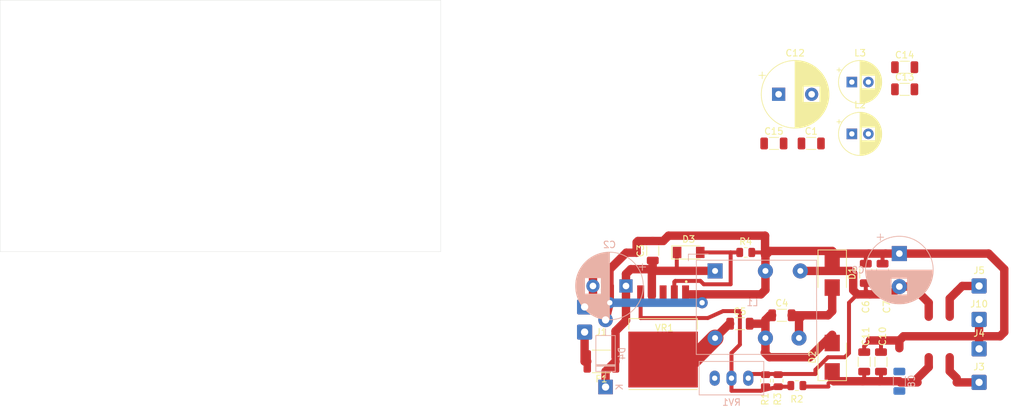
<source format=kicad_pcb>
(kicad_pcb (version 20211014) (generator pcbnew)
  (title_block (rev "1"))
  (layers (0 "F.Cu" signal "Front") (1 "In1.Cu" signal) (2 "In2.Cu" signal) (31 "B.Cu" signal "Back") (34 "B.Paste" user) (35 "F.Paste" user) (36 "B.SilkS" user "B.Silkscreen") (37 "F.SilkS" user "F.Silkscreen") (38 "B.Mask" user) (39 "F.Mask" user) (44 "Edge.Cuts" user))
  (net 0 "")
  (net 1 "V_IN")
  (net 2 "GND")
  (net 3 "/5")
  (net 4 "/4")
  (net 5 "/6")
  (net 6 "-VOUT")
  (net 7 "+VOUT")
  (net 8 "Net-(D3-Pad2)")
  (net 9 "FB")
  (net 11 "/1")
  (net 12 "Net-(C1-Pad1)")
  (net 13 "/3")
  (footprint "Connector_Wire:SolderWire-0.5sqmm_1x01_D0.9mm_OD2.3mm" (layer "F.Cu") (at 162.56 118.11)
    (fp_text reference "J10" (at 0 -2.35) (layer "F.SilkS"))
    (fp_text value "GND")
    (pad "1" thru_hole roundrect locked (at 0 0) (size 2.3 2.3) (drill 1.1) (layers *.Cu *.Mask) (roundrect_rratio 0.108696) (net 2 "GND"))
  )
  (footprint "Connector_Wire:SolderWire-0.5sqmm_1x01_D0.9mm_OD2.3mm" (layer "F.Cu") (at 162.56 113.03)
    (fp_text reference "J5" (at 0 -2.35) (layer "F.SilkS"))
    (fp_text value "Vout-")
    (pad "1" thru_hole roundrect locked (at 0 0) (size 2.3 2.3) (drill 1.1) (layers *.Cu *.Mask) (roundrect_rratio 0.108696) (net 6 "-VOUT"))
  )
  (footprint "Capacitor_THT:CP_Radial_D6.3mm_P2.50mm" (layer "F.Cu") (at 143.305241 82.14)
    (fp_text reference "L3" (at 1.25 -4.4) (layer "F.SilkS"))
    (fp_text value "5uH")
    (pad "1" thru_hole rect locked (at 0 0) (size 1.6 1.6) (drill 0.8) (layers *.Cu *.Mask) (net 13 "/3"))
    (pad "2" thru_hole circle locked (at 2.5 0) (size 1.6 1.6) (drill 0.8) (layers *.Cu *.Mask) (net 6 "-VOUT"))
  )
  (footprint "Capacitor_SMD:C_1206_3216Metric" (layer "F.Cu") (at 151.3 83.24)
    (fp_text reference "C13" (at 0 -1.85) (layer "F.SilkS"))
    (fp_text value "10p")
    (pad "1" smd roundrect locked (at -1.475 0) (size 1.15 1.8) (layers "F.Cu" "F.Paste" "F.Mask") (roundrect_rratio 0.217391) (net 9 "FB"))
    (pad "2" smd roundrect locked (at 1.475 0) (size 1.15 1.8) (layers "F.Cu" "F.Paste" "F.Mask") (roundrect_rratio 0.217391) (net 7 "+VOUT"))
  )
  (footprint "Connector_Wire:SolderWire-0.5sqmm_1x01_D0.9mm_OD2.3mm" (layer "F.Cu") (at 162.56 122.555)
    (fp_text reference "J4" (at 0 -2.35) (layer "F.SilkS"))
    (fp_text value "GND")
    (pad "1" thru_hole roundrect locked (at 0 0) (size 2.3 2.3) (drill 1.1) (layers *.Cu *.Mask) (roundrect_rratio 0.108696) (net 2 "GND"))
  )
  (footprint "Resistor_SMD:R_0805_2012Metric" (layer "F.Cu") (at 127.254 107.95)
    (fp_text reference "R4" (at 0 -1.65) (layer "F.SilkS"))
    (fp_text value "1k")
    (pad "1" smd roundrect locked (at -0.9125 0) (size 1.025 1.4) (layers "F.Cu" "F.Paste" "F.Mask") (roundrect_rratio 0.243902) (net 8 "Net-(D3-Pad2)"))
    (pad "2" smd roundrect locked (at 0.9125 0) (size 1.025 1.4) (layers "F.Cu" "F.Paste" "F.Mask") (roundrect_rratio 0.243902) (net 2 "GND"))
  )
  (footprint "Capacitor_SMD:C_1206_3216Metric" (layer "F.Cu") (at 131.51 91.44)
    (fp_text reference "C15" (at 0 -1.85) (layer "F.SilkS"))
    (fp_text value "10n")
    (pad "1" smd roundrect locked (at -1.475 0) (size 1.15 1.8) (layers "F.Cu" "F.Paste" "F.Mask") (roundrect_rratio 0.217391) (net 13 "/3"))
    (pad "2" smd roundrect locked (at 1.475 0) (size 1.15 1.8) (layers "F.Cu" "F.Paste" "F.Mask") (roundrect_rratio 0.217391) (net 2 "GND"))
  )
  (footprint "Resistor_SMD:R_0805_2012Metric" (layer "F.Cu") (at 134.990249 128.119462)
    (fp_text reference "R2" (at 0 2.055538) (layer "F.SilkS"))
    (fp_text value "10k")
    (pad "1" smd roundrect locked (at -0.9125 0) (size 1.025 1.4) (layers "F.Cu" "F.Paste" "F.Mask") (roundrect_rratio 0.243902) (net 9 "FB"))
    (pad "2" smd roundrect locked (at 0.9125 0) (size 1.025 1.4) (layers "F.Cu" "F.Paste" "F.Mask") (roundrect_rratio 0.243902) (net 7 "+VOUT"))
  )
  (footprint "MountingHole:MountingHole_3mm" (layer "F.Cu") (at 77.186266 104.015753)
    (fp_text reference "H3" hide)
    (fp_text value "MountingHole" hide)
    (pad "" np_thru_hole circle locked (at 0 0) (size 3 3) (drill 3) (layers *.Cu *.Mask))
  )
  (footprint "Connector_Wire:SolderWire-0.5sqmm_1x01_D0.9mm_OD2.3mm" (layer "F.Cu") (at 102.87 116.205)
    (fp_text reference "J2" (at 2.54 0) (layer "F.SilkS"))
    (fp_text value "GND")
    (pad "1" thru_hole roundrect locked (at 0 0) (size 2.3 2.3) (drill 1.1) (layers *.Cu *.Mask) (roundrect_rratio 0.108696) (net 2 "GND"))
  )
  (footprint "Resistor_SMD:R_1812_4532Metric" (layer "F.Cu") (at 105.41 124.46 180)
    (fp_text reference "F1" (at 0 -2.65) (layer "F.SilkS"))
    (fp_text value "Polyfuse 1.5A")
    (pad "1" smd roundrect locked (at -2.1375 0 180) (size 1.125 3.4) (layers "F.Cu" "F.Paste" "F.Mask") (roundrect_rratio 0.222222) (net 11 "/1"))
    (pad "2" smd roundrect locked (at 2.1375 0 180) (size 1.125 3.4) (layers "F.Cu" "F.Paste" "F.Mask") (roundrect_rratio 0.222222) (net 1 "V_IN"))
  )
  (footprint "Resistor_SMD:R_0805_2012Metric" (layer "F.Cu") (at 132.155185 127.378562 -90)
    (fp_text reference "R3" (at 2.796438 0.075185 90) (layer "F.SilkS"))
    (fp_text value "1k")
    (pad "1" smd roundrect locked (at -0.9125 0 270) (size 1.025 1.4) (layers "F.Cu" "F.Paste" "F.Mask") (roundrect_rratio 0.243902) (net 2 "GND"))
    (pad "2" smd roundrect locked (at 0.9125 0 270) (size 1.025 1.4) (layers "F.Cu" "F.Paste" "F.Mask") (roundrect_rratio 0.243902) (net 9 "FB"))
  )
  (footprint "Capacitor_SMD:C_1206_3216Metric" (layer "F.Cu") (at 137.16 91.44)
    (fp_text reference "C1" (at 0 -1.85) (layer "F.SilkS"))
    (fp_text value "22uF")
    (pad "1" smd roundrect locked (at -1.475 0) (size 1.15 1.8) (layers "F.Cu" "F.Paste" "F.Mask") (roundrect_rratio 0.217391) (net 12 "Net-(C1-Pad1)"))
    (pad "2" smd roundrect locked (at 1.475 0) (size 1.15 1.8) (layers "F.Cu" "F.Paste" "F.Mask") (roundrect_rratio 0.217391) (net 2 "GND"))
  )
  (footprint "Capacitor_SMD:C_1206_3216Metric" (layer "F.Cu") (at 147.955 111.125 -90)
    (fp_text reference "C7" (at 5.08 -0.635 90) (layer "F.SilkS"))
    (fp_text value "22uF")
    (pad "1" smd roundrect locked (at -1.475 0 270) (size 1.15 1.8) (layers "F.Cu" "F.Paste" "F.Mask") (roundrect_rratio 0.217391) (net 2 "GND"))
    (pad "2" smd roundrect locked (at 1.475 0 270) (size 1.15 1.8) (layers "F.Cu" "F.Paste" "F.Mask") (roundrect_rratio 0.217391) (net 2 "GND"))
  )
  (footprint "Capacitor_SMD:C_1206_3216Metric" (layer "F.Cu") (at 145.176934 124.524158 90)
    (fp_text reference "C11" (at 3.874158 0.238066 90) (layer "F.SilkS"))
    (fp_text value "22uF")
    (pad "1" smd roundrect locked (at -1.475 0 90) (size 1.15 1.8) (layers "F.Cu" "F.Paste" "F.Mask") (roundrect_rratio 0.217391) (net 12 "Net-(C1-Pad1)"))
    (pad "2" smd roundrect locked (at 1.475 0 90) (size 1.15 1.8) (layers "F.Cu" "F.Paste" "F.Mask") (roundrect_rratio 0.217391) (net 2 "GND"))
  )
  (footprint "Connector_Wire:SolderWire-0.5sqmm_1x01_D0.9mm_OD2.3mm" (layer "F.Cu") (at 162.56 127.635)
    (fp_text reference "J3" (at 0 -2.35) (layer "F.SilkS"))
    (fp_text value "Vout+")
    (pad "1" thru_hole roundrect locked (at 0 0) (size 2.3 2.3) (drill 1.1) (layers *.Cu *.Mask) (roundrect_rratio 0.108696) (net 7 "+VOUT"))
  )
  (footprint "MountingHole:MountingHole_3mm" (layer "F.Cu") (at 77.186266 73.535753)
    (fp_text reference "H2" hide)
    (fp_text value "MountingHole" hide)
    (pad "" np_thru_hole circle locked (at 0 0) (size 3 3) (drill 3) (layers *.Cu *.Mask))
  )
  (footprint "Capacitor_SMD:C_1206_3216Metric" (layer "F.Cu") (at 151.3 79.89)
    (fp_text reference "C14" (at 0 -1.85) (layer "F.SilkS"))
    (fp_text value "10n")
    (pad "1" smd roundrect locked (at -1.475 0) (size 1.15 1.8) (layers "F.Cu" "F.Paste" "F.Mask") (roundrect_rratio 0.217391) (net 12 "Net-(C1-Pad1)"))
    (pad "2" smd roundrect locked (at 1.475 0) (size 1.15 1.8) (layers "F.Cu" "F.Paste" "F.Mask") (roundrect_rratio 0.217391) (net 2 "GND"))
  )
  (footprint "MountingHole:MountingHole_3mm" (layer "F.Cu") (at 18.244131 104.015753)
    (fp_text reference "H4" hide)
    (fp_text value "MountingHole" hide)
    (pad "" np_thru_hole circle locked (at 0 0) (size 3 3) (drill 3) (layers *.Cu *.Mask))
  )
  (footprint "Diode_SMD:D_MiniMELF" (layer "F.Cu") (at 118.618 107.95)
    (fp_text reference "D3" (at 0 -2) (layer "F.SilkS"))
    (fp_text value "8.2V")
    (pad "1" smd rect locked (at -1.75 0) (size 1.3 1.7) (layers "F.Cu" "F.Paste" "F.Mask") (net 11 "/1"))
    (pad "2" smd rect locked (at 1.75 0) (size 1.3 1.7) (layers "F.Cu" "F.Paste" "F.Mask") (net 8 "Net-(D3-Pad2)"))
  )
  (footprint "Diode_SMD:D_SMB" (layer "F.Cu") (at 140.335 111.125 -90)
    (fp_text reference "D1" (at 0 -3 -90) (layer "F.SilkS"))
    (fp_text value "STPS340")
    (pad "1" smd rect locked (at -2.15 0 270) (size 2.5 2.3) (layers "F.Cu" "F.Paste" "F.Mask") (net 2 "GND"))
    (pad "2" smd rect locked (at 2.15 0 270) (size 2.5 2.3) (layers "F.Cu" "F.Paste" "F.Mask") (net 4 "/4"))
  )
  (footprint "Resistor_SMD:R_0805_2012Metric" (layer "F.Cu") (at 130.250185 127.378562 -90)
    (fp_text reference "R1" (at 2.796438 0.075185 90) (layer "F.SilkS"))
    (fp_text value "1k")
    (pad "1" smd roundrect locked (at -0.9125 0 270) (size 1.025 1.4) (layers "F.Cu" "F.Paste" "F.Mask") (roundrect_rratio 0.243902) (net 2 "GND"))
    (pad "2" smd roundrect locked (at 0.9125 0 270) (size 1.025 1.4) (layers "F.Cu" "F.Paste" "F.Mask") (roundrect_rratio 0.243902) (net 9 "FB"))
  )
  (footprint "Capacitor_THT:CP_Radial_D10.0mm_P5.00mm" (layer "F.Cu") (at 132.224646 83.99)
    (fp_text reference "C12" (at 2.5 -6.25) (layer "F.SilkS"))
    (fp_text value "200uF")
    (pad "1" thru_hole rect locked (at 0 0) (size 2 2) (drill 1) (layers *.Cu *.Mask) (net 7 "+VOUT"))
    (pad "2" thru_hole circle locked (at 5 0) (size 2 2) (drill 1) (layers *.Cu *.Mask) (net 2 "GND"))
  )
  (footprint "Capacitor_THT:CP_Radial_D6.3mm_P2.50mm" (layer "F.Cu") (at 143.305241 89.99)
    (fp_text reference "L2" (at 1.25 -4.4) (layer "F.SilkS"))
    (fp_text value "5uH")
    (pad "1" thru_hole rect locked (at 0 0) (size 1.6 1.6) (drill 0.8) (layers *.Cu *.Mask) (net 12 "Net-(C1-Pad1)"))
    (pad "2" thru_hole circle locked (at 2.5 0) (size 1.6 1.6) (drill 0.8) (layers *.Cu *.Mask) (net 7 "+VOUT"))
  )
  (footprint "!my-kicad-library:XL6009-DPAK" (layer "F.Cu") (at 114.747227 120.674553 -90)
    (fp_text reference "VR1" (at -1.294553 -0.187773) (layer "F.SilkS"))
    (fp_text value "XL6009")
    (pad "1" smd rect (at -6.13 -3.4 270) (size 3.21 1.05) (layers "F.Cu" "F.Paste" "F.Mask") (net 2 "GND"))
    (pad "2" smd rect (at -6.13 -1.7 270) (size 3.21 1.05) (layers "F.Cu" "F.Paste" "F.Mask") (net 8 "Net-(D3-Pad2)"))
    (pad "3" smd rect (at 3.500001 0 270) (size 8.460001 10.529999) (layers "F.Cu" "F.Mask") (net 5 "/6"))
    (pad "3" smd rect (at -6.13 0 270) (size 3.21 1.05) (layers "F.Cu" "F.Paste" "F.Mask") (net 5 "/6"))
    (pad "4" smd rect (at -6.13 1.7 270) (size 3.21 1.05) (layers "F.Cu" "F.Paste" "F.Mask") (net 11 "/1"))
    (pad "5" smd rect (at -6.13 3.4 270) (size 3.21 1.05) (layers "F.Cu" "F.Paste" "F.Mask") (net 9 "FB"))
  )
  (footprint "Capacitor_SMD:C_1206_3216Metric" (layer "F.Cu") (at 145.415 111.125 -90)
    (fp_text reference "C6" (at 5.08 0 90) (layer "F.SilkS"))
    (fp_text value "22uF")
    (pad "1" smd roundrect locked (at -1.475 0 270) (size 1.15 1.8) (layers "F.Cu" "F.Paste" "F.Mask") (roundrect_rratio 0.217391) (net 2 "GND"))
    (pad "2" smd roundrect locked (at 1.475 0 270) (size 1.15 1.8) (layers "F.Cu" "F.Paste" "F.Mask") (roundrect_rratio 0.217391) (net 2 "GND"))
  )
  (footprint "Capacitor_SMD:C_1206_3216Metric" (layer "F.Cu") (at 132.715 117.475)
    (fp_text reference "C4" (at 0 -1.85) (layer "F.SilkS"))
    (fp_text value "22uF")
    (pad "1" smd roundrect locked (at -1.475 0) (size 1.15 1.8) (layers "F.Cu" "F.Paste" "F.Mask") (roundrect_rratio 0.217391) (net 3 "/5"))
    (pad "2" smd roundrect locked (at 1.475 0) (size 1.15 1.8) (layers "F.Cu" "F.Paste" "F.Mask") (roundrect_rratio 0.217391) (net 4 "/4"))
  )
  (footprint "Capacitor_SMD:C_1206_3216Metric" (layer "F.Cu") (at 126.365 118.745)
    (fp_text reference "C5" (at 0 -1.85) (layer "F.SilkS"))
    (fp_text value "22uF")
    (pad "1" smd roundrect locked (at -1.475 0) (size 1.15 1.8) (layers "F.Cu" "F.Paste" "F.Mask") (roundrect_rratio 0.217391) (net 5 "/6"))
    (pad "2" smd roundrect locked (at 1.475 0) (size 1.15 1.8) (layers "F.Cu" "F.Paste" "F.Mask") (roundrect_rratio 0.217391) (net 3 "/5"))
  )
  (footprint "Capacitor_SMD:C_1206_3216Metric" (layer "F.Cu") (at 147.716934 124.524158 90)
    (fp_text reference "C10" (at 3.874158 0.238066 90) (layer "F.SilkS"))
    (fp_text value "22uF")
    (pad "1" smd roundrect locked (at -1.475 0 90) (size 1.15 1.8) (layers "F.Cu" "F.Paste" "F.Mask") (roundrect_rratio 0.217391) (net 12 "Net-(C1-Pad1)"))
    (pad "2" smd roundrect locked (at 1.475 0 90) (size 1.15 1.8) (layers "F.Cu" "F.Paste" "F.Mask") (roundrect_rratio 0.217391) (net 2 "GND"))
  )
  (footprint "Capacitor_SMD:C_1206_3216Metric" (layer "F.Cu") (at 113.180817 107.69361 90)
    (fp_text reference "C3" (at 0 -1.85 90) (layer "F.SilkS"))
    (fp_text value "2uF")
    (pad "1" smd roundrect locked (at -1.475 0 90) (size 1.15 1.8) (layers "F.Cu" "F.Paste" "F.Mask") (roundrect_rratio 0.217391) (net 11 "/1"))
    (pad "2" smd roundrect locked (at 1.475 0 90) (size 1.15 1.8) (layers "F.Cu" "F.Paste" "F.Mask") (roundrect_rratio 0.217391) (net 2 "GND"))
  )
  (footprint "MountingHole:MountingHole_3mm" (layer "F.Cu") (at 18.244131 73.535753)
    (fp_text reference "H1" hide)
    (fp_text value "MountingHole" hide)
    (pad "" np_thru_hole circle locked (at 0 0) (size 3 3) (drill 3) (layers *.Cu *.Mask))
  )
  (footprint "Diode_SMD:D_SMB" (layer "F.Cu") (at 140.335 123.825 90)
    (fp_text reference "D2" (at 0 -3 90) (layer "F.SilkS"))
    (fp_text value "STPS340")
    (pad "1" smd rect locked (at -2.15 0 90) (size 2.5 2.3) (layers "F.Cu" "F.Paste" "F.Mask") (net 12 "Net-(C1-Pad1)"))
    (pad "2" smd rect locked (at 2.15 0 90) (size 2.5 2.3) (layers "F.Cu" "F.Paste" "F.Mask") (net 3 "/5"))
  )
  (footprint "Connector_Wire:SolderWire-0.5sqmm_1x01_D0.9mm_OD2.3mm" (layer "F.Cu") (at 102.87 120.015)
    (fp_text reference "J1" (at 2.54 0) (layer "F.SilkS"))
    (fp_text value "Vin")
    (pad "1" thru_hole roundrect locked (at 0 0) (size 2.3 2.3) (drill 1.1) (layers *.Cu *.Mask) (roundrect_rratio 0.108696) (net 1 "V_IN"))
  )
  (footprint "Potentiometer_THT:Potentiometer_Bourns_3296W_Vertical" (layer "B.Cu") (at 127.635 127)
    (fp_text reference "RV1" (at -2.54 3.66) (layer "B.SilkS") (effects (justify mirror)))
    (fp_text value "20k")
    (pad "1" thru_hole oval locked (at 0 0) (size 1.524 2.286) (drill 0.8) (layers *.Cu *.Mask) (net 2 "GND"))
    (pad "2" thru_hole oval locked (at -2.54 0) (size 1.524 2.286) (drill 0.8) (layers *.Cu *.Mask) (net 9 "FB"))
    (pad "3" thru_hole oval locked (at -5.08 0) (size 1.524 2.286) (drill 0.8) (layers *.Cu *.Mask))
  )
  (footprint "!my-kicad-library:inductor-3filar" (layer "B.Cu") (at 122.611083 110.751976 -90)
    (fp_text reference "L1" (at 4.818024 -5.658917 180) (layer "B.SilkS") (effects (justify mirror)))
    (fp_text value "42uH")
    (pad "1" thru_hole rect (at 0 0 270) (size 2.286 2.286) (drill 0.9) (layers *.Cu *.Mask) (net 11 "/1"))
    (pad "2" thru_hole circle (at 0 -7.62 270) (size 2.286 2.286) (drill 0.9) (layers *.Cu *.Mask) (net 2 "GND"))
    (pad "3" thru_hole circle (at 0 -12.9 270) (size 2.286 2.286) (drill 0.9) (layers *.Cu *.Mask) (net 2 "GND"))
    (pad "4" thru_hole circle (at 10.16 -12.7 270) (size 2.286 2.286) (drill 0.9) (layers *.Cu *.Mask) (net 4 "/4"))
    (pad "5" thru_hole circle (at 10.16 -7.62 270) (size 2.286 2.286) (drill 0.9) (layers *.Cu *.Mask) (net 3 "/5"))
    (pad "6" thru_hole circle (at 10.16 0 270) (size 2.286 2.286) (drill 0.9) (layers *.Cu *.Mask) (net 5 "/6"))
  )
  (footprint "Capacitor_THT:CP_Radial_D10.0mm_P5.00mm" (layer "B.Cu") (at 150.495 108.122323 -90)
    (fp_text reference "C9" (at 2.5 6.25 180) (layer "B.SilkS") (effects (justify mirror)))
    (fp_text value "200uF")
    (pad "1" thru_hole rect locked (at 0 0 270) (size 2.286 2.286) (drill 1) (layers *.Cu *.Mask) (net 2 "GND"))
    (pad "2" thru_hole circle locked (at 5 0 270) (size 2.286 2.286) (drill 1) (layers *.Cu *.Mask) (net 2 "GND"))
  )
  (footprint "Capacitor_THT:CP_Radial_D10.0mm_P5.00mm" (layer "B.Cu") (at 109.13238 113.03 180)
    (fp_text reference "C2" (at 2.5 6.25) (layer "B.SilkS") (effects (justify mirror)))
    (fp_text value "200uF")
    (pad "1" thru_hole rect locked (at 0 0 180) (size 2 2) (drill 1) (layers *.Cu *.Mask) (net 11 "/1"))
    (pad "2" thru_hole circle locked (at 5 0 180) (size 2 2) (drill 1) (layers *.Cu *.Mask) (net 2 "GND"))
  )
  (footprint "Capacitor_SMD:C_1206_3216Metric" (layer "B.Cu") (at 150.495 127.462677 90)
    (fp_text reference "C8" (at 0 1.85 270) (layer "B.SilkS") (effects (justify mirror)))
    (fp_text value "22uF")
    (pad "1" smd roundrect locked (at -1.475 0 90) (size 1.15 1.8) (layers "B.Cu" "B.Paste" "B.Mask") (roundrect_rratio 0.217391) (net 13 "/3"))
    (pad "2" smd roundrect locked (at 1.475 0 90) (size 1.15 1.8) (layers "B.Cu" "B.Paste" "B.Mask") (roundrect_rratio 0.217391) (net 2 "GND"))
  )
  (footprint "Diode_THT:D_DO-41_SOD81_P10.16mm_Horizontal" (layer "B.Cu") (at 106.040289 128.334392 90)
    (fp_text reference "D4" (at 5.08 2.47 90) (layer "B.SilkS") (effects (justify mirror)))
    (fp_text value "1N5404")
    (fp_text user "K" (at 0 2.1 90) (layer "B.SilkS") (effects (justify mirror)))
    (pad "1" thru_hole rect locked (at 0 0 90) (size 2.2 2.2) (drill 1.1) (layers *.Cu *.Mask) (net 11 "/1"))
    (pad "2" thru_hole oval locked (at 10.16 0 90) (size 2.2 2.2) (drill 1.1) (layers *.Cu *.Mask) (net 2 "GND"))
  )
  (gr_rect (start 14.434131 69.725753) (end 81.109131 107.825753) (layer "Edge.Cuts") (width 0.0381) (fill none))
  (segment (start 102.87 124.46) (end 103.2725 124.46) (width 1.27) (layer "F.Cu") (net 1))
  (segment (start 102.87 120.015) (end 102.87 124.46) (width 1.27) (layer "F.Cu") (net 1))
  (segment (start 145.415 112.6) (end 145.415 113.665) (width 0.6) (layer "F.Cu") (net 2))
  (segment (start 147.955 112.6) (end 147.955 114.3) (width 0.6) (layer "F.Cu") (net 2))
  (segment (start 142.24 123.825) (end 139.7 123.825) (width 0.6) (layer "F.Cu") (net 2))
  (segment (start 130.893188 107.725) (end 130.231094 108.387094) (width 1.27) (layer "F.Cu") (net 2))
  (segment (start 145.176934 122.158066) (end 146.05 121.285) (width 0.6) (layer "F.Cu") (net 2))
  (segment (start 129.794 107.95) (end 130.231094 108.387094) (width 0.6) (layer "F.Cu") (net 2))
  (segment (start 147.955 121.285) (end 146.05 121.285) (width 1.27) (layer "F.Cu") (net 2))
  (segment (start 147.716934 121.523066) (end 147.955 121.285) (width 0.6) (layer "F.Cu") (net 2))
  (segment (start 130.231094 113.608906) (end 129.54 114.3) (width 1.27) (layer "F.Cu") (net 2))
  (segment (start 106.63238 110.53762) (end 109.18 107.99) (width 1.27) (layer "F.Cu") (net 2))
  (segment (start 140.335 107.725) (end 130.893188 107.725) (width 1.27) (layer "F.Cu") (net 2))
  (segment (start 143.136971 110.751971) (end 143.51 111.125) (width 1.27) (layer "F.Cu") (net 2))
  (segment (start 145.877677 108.122323) (end 148.417677 108.122323) (width 1.27) (layer "F.Cu") (net 2))
  (segment (start 106.68 113.07762) (end 106.63238 113.03) (width 1.27) (layer "F.Cu") (net 2))
  (segment (start 166.37 110.49) (end 164.002323 108.122323) (width 1.27) (layer "F.Cu") (net 2))
  (segment (start 149.317323 114.3) (end 150.495 113.122323) (width 1.27) (layer "F.Cu") (net 2))
  (segment (start 106.68 115.57) (end 106.68 113.07762) (width 1.27) (layer "F.Cu") (net 2))
  (segment (start 147.955 109.65) (end 147.955 108.585) (width 0.6) (layer "F.Cu") (net 2))
  (segment (start 104.14 116.205) (end 104.14 111.125) (width 1.27) (layer "F.Cu") (net 2))
  (segment (start 140.732323 108.122323) (end 145.877677 108.122323) (width 1.27) (layer "F.Cu") (net 2))
  (segment (start 147.955 108.585) (end 148.417677 108.122323) (width 0.6) (layer "F.Cu") (net 2))
  (segment (start 143.51 113.665) (end 144.145 114.3) (width 1.27) (layer "F.Cu") (net 2))
  (segment (start 153.155177 113.969823) (end 153.2475 113.8775) (width 1.27) (layer "F.Cu") (net 2))
  (segment (start 129.54 114.3) (end 120.65 114.3) (width 1.27) (layer "F.Cu") (net 2))
  (segment (start 145.415 113.665) (end 146.05 114.3) (width 0.6) (layer "F.Cu") (net 2))
  (segment (start 137.795 126.365) (end 128.27 126.365) (width 0.6) (layer "F.Cu") (net 2))
  (segment (start 113.180817 106.21861) (end 114.76139 106.21861) (width 1.27) (layer "F.Cu") (net 2))
  (segment (start 142.875 123.19) (end 142.24 123.825) (width 0.6) (layer "F.Cu") (net 2))
  (segment (start 118.147227 114.544553) (end 118.627447 114.544553) (width 0.6) (layer "F.Cu") (net 2))
  (segment (start 154.94 117.6875) (end 154.94 115.57) (width 1.27) (layer "F.Cu") (net 2))
  (segment (start 104.775 115.57) (end 104.14 116.205) (width 1.27) (layer "F.Cu") (net 2))
  (segment (start 166.37 120.015) (end 166.37 110.49) (width 1.27) (layer "F.Cu") (net 2))
  (segment (start 140.335 107.725) (end 140.732323 108.122323) (width 1.27) (layer "F.Cu") (net 2))
  (segment (start 106.68 115.57) (end 104.775 115.57) (width 1.27) (layer "F.Cu") (net 2))
  (segment (start 154.94 115.57) (end 153.2475 113.8775) (width 1.27) (layer "F.Cu") (net 2))
  (segment (start 110.744 107.99) (end 110.744 106.426) (width 1.27) (layer "F.Cu") (net 2))
  (segment (start 150.495 113.122323) (end 152.520177 113.122323) (width 1.27) (layer "F.Cu") (net 2))
  (segment (start 106.68 115.57) (end 106.040289 118.174392) (width 1.27) (layer "F.Cu") (net 2))
  (segment (start 150.495 121.285) (end 151.13 120.65) (width 1.27) (layer "F.Cu") (net 2))
  (segment (start 150.495 121.285) (end 147.955 121.285) (width 1.27) (layer "F.Cu") (net 2))
  (segment (start 145.415 109.65) (end 145.415 108.585) (width 0.6) (layer "F.Cu") (net 2))
  (segment (start 110.95139 106.21861) (end 113.180817 106.21861) (width 1.27) (layer "F.Cu") (net 2))
  (segment (start 143.51 111.125) (end 143.51 113.665) (width 1.27) (layer "F.Cu") (net 2))
  (segment (start 130.231094 108.387094) (end 130.231094 110.751971) (width 1.27) (layer "F.Cu") (net 2))
  (segment (start 128.27 126.365) (end 127.635 127) (width 0.6) (layer "F.Cu") (net 2))
  (segment (start 137.795 126.365) (end 137.795 125.73) (width 0.6) (layer "F.Cu") (net 2))
  (segment (start 130.175 108.331) (end 130.231094 108.387094) (width 1.27) (layer "F.Cu") (net 2))
  (segment (start 130.175 105.41) (end 130.175 108.331) (width 1.27) (layer "F.Cu") (net 2))
  (segment (start 148.417677 108.122323) (end 150.495 108.122323) (width 1.27) (layer "F.Cu") (net 2))
  (segment (start 139.7 123.825) (end 137.795 125.73) (width 0.6) (layer "F.Cu") (net 2))
  (segment (start 142.875 115.57) (end 142.875 123.19) (width 0.6) (layer "F.Cu") (net 2))
  (segment (start 147.716934 123.049158) (end 147.716934 121.523066) (width 0.6) (layer "F.Cu") (net 2))
  (segment (start 110.744 106.426) (end 110.95139 106.21861) (width 1.27) (layer "F.Cu") (net 2))
  (segment (start 165.735 120.65) (end 166.37 120.015) (width 1.27) (layer "F.Cu") (net 2))
  (segment (start 120.65 114.3) (end 118.872 114.3) (width 1.27) (layer "F.Cu") (net 2))
  (segment (start 144.145 114.3) (end 146.05 114.3) (width 1.27) (layer "F.Cu") (net 2))
  (segment (start 128.1665 107.95) (end 129.794 107.95) (width 0.6) (layer "F.Cu") (net 2))
  (segment (start 106.63238 113.03) (end 106.63238 110.53762) (width 1.27) (layer "F.Cu") (net 2))
  (segment (start 118.627447 114.544553) (end 118.872 114.3) (width 0.6) (layer "F.Cu") (net 2))
  (segment (start 151.13 120.65) (end 162.56 120.65) (width 1.27) (layer "F.Cu") (net 2))
  (segment (start 162.56 118.11) (end 162.56 122.555) (width 1.27) (layer "F.Cu") (net 2))
  (segment (start 145.176934 123.049158) (end 145.176934 122.158066) (width 0.6) (layer "F.Cu") (net 2))
  (segment (start 104.14 111.125) (end 104.72738 110.53762) (width 1.27) (layer "F.Cu") (net 2))
  (segment (start 150.495 121.285) (end 150.495 122.462677) (width 1.27) (layer "F.Cu") (net 2))
  (segment (start 145.415 108.585) (end 145.877677 108.122323) (width 0.6) (layer "F.Cu") (net 2))
  (segment (start 120.65 114.3) (end 120.65 115.57) (width 1.27) (layer "F.Cu") (net 2))
  (segment (start 164.002323 108.122323) (end 150.495 108.122323) (width 1.27) (layer "F.Cu") (net 2))
  (segment (start 146.05 114.3) (end 147.955 114.3) (width 1.27) (layer "F.Cu") (net 2))
  (segment (start 114.76139 106.21861) (end 115.57 105.41) (width 1.27) (layer "F.Cu") (net 2))
  (segment (start 162.56 120.65) (end 165.735 120.65) (width 1.27) (layer "F.Cu") (net 2))
  (segment (start 147.955 114.3) (end 149.317323 114.3) (width 1.27) (layer "F.Cu") (net 2))
  (segment (start 135.511094 110.751971) (end 143.136971 110.751971) (width 1.27) (layer "F.Cu") (net 2))
  (segment (start 115.57 105.41) (end 130.175 105.41) (width 1.27) (layer "F.Cu") (net 2))
  (segment (start 144.145 114.3) (end 142.875 115.57) (width 0.6) (layer "F.Cu") (net 2))
  (segment (start 130.231094 110.751971) (end 130.231094 113.608906) (width 1.27) (layer "F.Cu") (net 2))
  (segment (start 104.72738 110.53762) (end 106.63238 110.53762) (width 1.27) (layer "F.Cu") (net 2))
  (segment (start 109.18 107.99) (end 110.744 107.99) (width 1.27) (layer "F.Cu") (net 2))
  (via (at 106.68 115.57) (size 1.7) (drill 0.8) (layers "F.Cu" "B.Cu") (net 2))
  (via (at 120.65 115.57) (size 1.7) (drill 0.8) (layers "F.Cu" "B.Cu") (net 2))
  (segment (start 120.65 115.57) (end 106.68 115.57) (width 1.27) (layer "B.Cu") (net 2))
  (segment (start 128.055 118.745) (end 129.755 118.745) (width 1.27) (layer "F.Cu") (net 3))
  (segment (start 136.935 123.825) (end 140.335 120.425) (width 1.27) (layer "F.Cu") (net 3))
  (segment (start 130.922188 123.825) (end 136.935 123.825) (width 1.27) (layer "F.Cu") (net 3))
  (segment (start 130.231094 120.911971) (end 130.231094 123.133906) (width 1.27) (layer "F.Cu") (net 3))
  (segment (start 130.118906 123.133906) (end 130.81 123.825) (width 1.27) (layer "F.Cu") (net 3))
  (segment (start 130.922188 117.475) (end 131.24 117.475) (width 1.27) (layer "F.Cu") (net 3))
  (segment (start 130.231094 118.166094) (end 130.922188 117.475) (width 1.27) (layer "F.Cu") (net 3))
  (segment (start 130.231094 120.911971) (end 130.231094 118.166094) (width 1.27) (layer "F.Cu") (net 3))
  (segment (start 135.311094 118.053906) (end 135.89 117.475) (width 1.27) (layer "F.Cu") (net 4))
  (segment (start 134.19 117.475) (end 135.89 117.475) (width 1.27) (layer "F.Cu") (net 4))
  (segment (start 139.7 117.475) (end 140.335 116.84) (width 1.27) (layer "F.Cu") (net 4))
  (segment (start 135.89 117.475) (end 139.7 117.475) (width 1.27) (layer "F.Cu") (net 4))
  (segment (start 135.311094 120.911971) (end 135.311094 118.053906) (width 1.27) (layer "F.Cu") (net 4))
  (segment (start 140.335 116.84) (end 140.335 114.525) (width 1.27) (layer "F.Cu") (net 4))
  (segment (start 114.747227 124.174554) (end 119.348511 124.174554) (width 2.54) (layer "F.Cu") (net 5))
  (segment (start 119.348511 124.174554) (end 122.611094 120.911971) (width 2.54) (layer "F.Cu") (net 5))
  (segment (start 124.778065 118.745) (end 122.611094 120.911971) (width 1.27) (layer "F.Cu") (net 5))
  (segment (start 124.89 118.745) (end 124.778065 118.745) (width 1.27) (layer "F.Cu") (net 5))
  (segment (start 158.115 114.935) (end 159.1725 113.8775) (width 1.27) (layer "F.Cu") (net 6))
  (segment (start 160.02 113.03) (end 159.1725 113.8775) (width 1.27) (layer "F.Cu") (net 6))
  (segment (start 158.115 117.6875) (end 158.115 114.935) (width 1.27) (layer "F.Cu") (net 6))
  (segment (start 162.56 113.03) (end 160.02 113.03) (width 1.27) (layer "F.Cu") (net 6))
  (segment (start 159.1725 127.635) (end 162.56 127.635) (width 1.27) (layer "F.Cu") (net 7))
  (segment (start 158.115 123.825) (end 158.115 125.9425) (width 1.27) (layer "F.Cu") (net 7))
  (segment (start 158.115 125.9425) (end 159.1725 127) (width 1.27) (layer "F.Cu") (net 7))
  (segment (start 116.447227 112.406773) (end 116.586 112.268) (width 0.6) (layer "F.Cu") (net 8))
  (segment (start 116.586 112.268) (end 120.396 112.268) (width 0.6) (layer "F.Cu") (net 8))
  (segment (start 120.396 112.268) (end 120.904 112.776) (width 0.6) (layer "F.Cu") (net 8))
  (segment (start 124.968 107.95) (end 120.368 107.95) (width 0.6) (layer "F.Cu") (net 8))
  (segment (start 126.3415 107.95) (end 124.968 107.95) (width 0.6) (layer "F.Cu") (net 8))
  (segment (start 116.447227 114.544553) (end 116.447227 112.406773) (width 0.6) (layer "F.Cu") (net 8))
  (segment (start 120.904 112.776) (end 124.968 112.776) (width 0.6) (layer "F.Cu") (net 8))
  (segment (start 124.968 112.776) (end 124.968 107.95) (width 0.6) (layer "F.Cu") (net 8))
  (segment (start 133.94314 128.291062) (end 134.083287 128.431209) (width 0.6) (layer "F.Cu") (net 9))
  (segment (start 129.54 128.905) (end 125.095 128.905) (width 0.6) (layer "F.Cu") (net 9))
  (segment (start 132.155185 128.291062) (end 133.94314 128.291062) (width 0.6) (layer "F.Cu") (net 9))
  (segment (start 125.095 123.19) (end 126.365 121.92) (width 0.6) (layer "F.Cu") (net 9))
  (segment (start 111.347227 117.887773) (end 111.347227 114.544553) (width 0.6) (layer "F.Cu") (net 9))
  (segment (start 130.175 128.366247) (end 130.250185 128.291062) (width 0.6) (layer "F.Cu") (net 9))
  (segment (start 126.365 116.84) (end 123.825 116.84) (width 0.6) (layer "F.Cu") (net 9))
  (segment (start 121.507227 117.887773) (end 111.347227 117.887773) (width 0.6) (layer "F.Cu") (net 9))
  (segment (start 126.365 121.92) (end 126.365 116.84) (width 0.6) (layer "F.Cu") (net 9))
  (segment (start 123.825 116.84) (end 121.507227 117.887773) (width 0.6) (layer "F.Cu") (net 9))
  (segment (start 132.155185 128.291062) (end 129.54 128.905) (width 0.6) (layer "F.Cu") (net 9))
  (segment (start 125.095 127) (end 125.095 123.19) (width 0.6) (layer "F.Cu") (net 9))
  (segment (start 125.095 128.905) (end 125.095 127) (width 0.6) (layer "F.Cu") (net 9))
  (segment (start 106.040289 125.967211) (end 107.5475 124.46) (width 1.27) (layer "F.Cu") (net 11))
  (segment (start 107.5475 123.825) (end 107.5475 119.875075) (width 1.27) (layer "F.Cu") (net 11))
  (segment (start 116.819795 107.998205) (end 116.868 107.95) (width 0.6) (layer "F.Cu") (net 11))
  (segment (start 113.03 110.49) (end 109.855 110.49) (width 1.27) (layer "F.Cu") (net 11))
  (segment (start 109.13238 111.21262) (end 109.13238 113.03) (width 1.27) (layer "F.Cu") (net 11))
  (segment (start 117.083961 110.733961) (end 122.593084 110.733961) (width 1.27) (layer "F.Cu") (net 11))
  (segment (start 106.040289 128.334392) (end 106.040289 125.967211) (width 1.27) (layer "F.Cu") (net 11))
  (segment (start 116.789371 110.733961) (end 116.819795 110.703537) (width 0.6) (layer "F.Cu") (net 11))
  (segment (start 113.168861 109.425) (end 113.168861 110.628861) (width 1.27) (layer "F.Cu") (net 11))
  (segment (start 109.13238 118.290195) (end 109.13238 113.03) (width 1.27) (layer "F.Cu") (net 11))
  (segment (start 116.819795 110.703537) (end 116.819795 107.998205) (width 0.6) (layer "F.Cu") (net 11))
  (segment (start 113.047227 110.750495) (end 113.047227 114.544553) (width 1.27) (layer "F.Cu") (net 11))
  (segment (start 116.789371 110.733961) (end 113.273961 110.733961) (width 1.27) (layer "F.Cu") (net 11))
  (segment (start 113.168861 110.628861) (end 113.047227 110.750495) (width 1.27) (layer "F.Cu") (net 11))
  (segment (start 113.168861 110.628861) (end 113.273961 110.733961) (width 1.27) (layer "F.Cu") (net 11))
  (segment (start 107.5475 119.875075) (end 109.13238 118.290195) (width 1.27) (layer "F.Cu") (net 11))
  (segment (start 109.855 110.49) (end 109.13238 111.21262) (width 1.27) (layer "F.Cu") (net 11))
  (segment (start 113.273961 110.733961) (end 113.03 110.49) (width 1.27) (layer "F.Cu") (net 11))
  (segment (start 122.593084 110.733961) (end 122.611094 110.751971) (width 1.27) (layer "F.Cu") (net 11))
  (segment (start 140.572677 127.462677) (end 140.335 127.225) (width 1.27) (layer "F.Cu") (net 12))
  (segment (start 150.667323 127.635) (end 150.495 127.462677) (width 1.27) (layer "F.Cu") (net 12))
  (segment (start 150.495 127.462677) (end 147.492323 127.462677) (width 1.27) (layer "F.Cu") (net 12))
  (segment (start 147.716934 125.999158) (end 147.716934 127.238066) (width 0.6) (layer "F.Cu") (net 12))
  (segment (start 145.176934 125.999158) (end 145.176934 127.238066) (width 0.6) (layer "F.Cu") (net 12))
  (segment (start 153.2475 127.635) (end 150.667323 127.635) (width 1.27) (layer "F.Cu") (net 12))
  (segment (start 154.94 123.825) (end 154.94 125.3075) (width 1.27) (layer "F.Cu") (net 12))
  (segment (start 135.908287 128.27) (end 139.763791 128.27) (width 0.6) (layer "F.Cu") (net 12))
  (segment (start 154.94 125.3075) (end 153.2475 127) (width 1.27) (layer "F.Cu") (net 12))
  (segment (start 145.176934 127.238066) (end 144.952323 127.462677) (width 0.6) (layer "F.Cu") (net 12))
  (segment (start 147.492323 127.462677) (end 144.952323 127.462677) (width 1.27) (layer "F.Cu") (net 12))
  (segment (start 147.716934 127.238066) (end 147.492323 127.462677) (width 0.6) (layer "F.Cu") (net 12))
  (segment (start 144.952323 127.462677) (end 140.572677 127.462677) (width 1.27) (layer "F.Cu") (net 12))
  (segment (start 139.763791 127.796209) (end 140.335 127.225) (width 0.6) (layer "F.Cu") (net 12))
)
</source>
